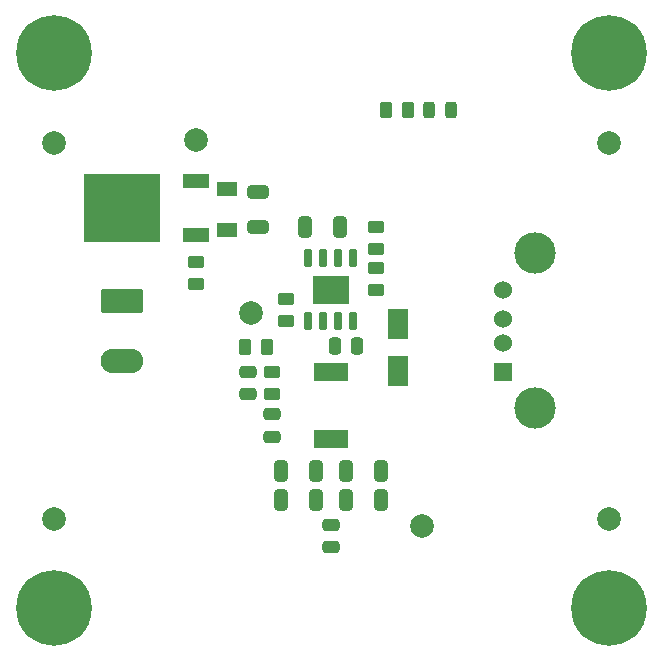
<source format=gts>
%TF.GenerationSoftware,KiCad,Pcbnew,(6.0.5)*%
%TF.CreationDate,2025-05-25T15:44:49+02:00*%
%TF.ProjectId,HT1015A_Dev,48543130-3135-4415-9f44-65762e6b6963,rev?*%
%TF.SameCoordinates,Original*%
%TF.FileFunction,Soldermask,Top*%
%TF.FilePolarity,Negative*%
%FSLAX46Y46*%
G04 Gerber Fmt 4.6, Leading zero omitted, Abs format (unit mm)*
G04 Created by KiCad (PCBNEW (6.0.5)) date 2025-05-25 15:44:49*
%MOMM*%
%LPD*%
G01*
G04 APERTURE LIST*
G04 Aperture macros list*
%AMRoundRect*
0 Rectangle with rounded corners*
0 $1 Rounding radius*
0 $2 $3 $4 $5 $6 $7 $8 $9 X,Y pos of 4 corners*
0 Add a 4 corners polygon primitive as box body*
4,1,4,$2,$3,$4,$5,$6,$7,$8,$9,$2,$3,0*
0 Add four circle primitives for the rounded corners*
1,1,$1+$1,$2,$3*
1,1,$1+$1,$4,$5*
1,1,$1+$1,$6,$7*
1,1,$1+$1,$8,$9*
0 Add four rect primitives between the rounded corners*
20,1,$1+$1,$2,$3,$4,$5,0*
20,1,$1+$1,$4,$5,$6,$7,0*
20,1,$1+$1,$6,$7,$8,$9,0*
20,1,$1+$1,$8,$9,$2,$3,0*%
G04 Aperture macros list end*
%ADD10C,2.000000*%
%ADD11RoundRect,0.243750X-0.243750X-0.456250X0.243750X-0.456250X0.243750X0.456250X-0.243750X0.456250X0*%
%ADD12RoundRect,0.250000X0.325000X0.650000X-0.325000X0.650000X-0.325000X-0.650000X0.325000X-0.650000X0*%
%ADD13RoundRect,0.250000X-0.450000X0.262500X-0.450000X-0.262500X0.450000X-0.262500X0.450000X0.262500X0*%
%ADD14RoundRect,0.250000X-0.250000X-0.475000X0.250000X-0.475000X0.250000X0.475000X-0.250000X0.475000X0*%
%ADD15RoundRect,0.250000X-0.475000X0.250000X-0.475000X-0.250000X0.475000X-0.250000X0.475000X0.250000X0*%
%ADD16RoundRect,0.250000X-0.325000X-0.650000X0.325000X-0.650000X0.325000X0.650000X-0.325000X0.650000X0*%
%ADD17C,6.400000*%
%ADD18R,1.800000X2.500000*%
%ADD19R,1.524000X1.524000*%
%ADD20C,1.524000*%
%ADD21C,3.500000*%
%ADD22RoundRect,0.250000X0.262500X0.450000X-0.262500X0.450000X-0.262500X-0.450000X0.262500X-0.450000X0*%
%ADD23RoundRect,0.250000X-0.262500X-0.450000X0.262500X-0.450000X0.262500X0.450000X-0.262500X0.450000X0*%
%ADD24R,3.000000X1.500000*%
%ADD25RoundRect,0.250000X0.650000X-0.325000X0.650000X0.325000X-0.650000X0.325000X-0.650000X-0.325000X0*%
%ADD26RoundRect,0.150000X-0.150000X0.650000X-0.150000X-0.650000X0.150000X-0.650000X0.150000X0.650000X0*%
%ADD27R,3.100000X2.410000*%
%ADD28RoundRect,0.249999X-1.550001X0.790001X-1.550001X-0.790001X1.550001X-0.790001X1.550001X0.790001X0*%
%ADD29O,3.600000X2.080000*%
%ADD30R,2.200000X1.200000*%
%ADD31R,6.400000X5.800000*%
%ADD32R,1.700000X1.300000*%
G04 APERTURE END LIST*
D10*
%TO.C,TP2*%
X125000000Y-74600000D03*
%TD*%
D11*
%TO.C,D3*%
X156812500Y-71800000D03*
X158687500Y-71800000D03*
%TD*%
D12*
%TO.C,C9*%
X152725000Y-104850000D03*
X149775000Y-104850000D03*
%TD*%
D10*
%TO.C,TP1*%
X137100000Y-74300000D03*
%TD*%
D13*
%TO.C,R6*%
X144650000Y-87837500D03*
X144650000Y-89662500D03*
%TD*%
D14*
%TO.C,C3*%
X148800000Y-91800000D03*
X150700000Y-91800000D03*
%TD*%
D15*
%TO.C,C5*%
X143500000Y-97550000D03*
X143500000Y-99450000D03*
%TD*%
D13*
%TO.C,R4*%
X143500000Y-93987500D03*
X143500000Y-95812500D03*
%TD*%
D16*
%TO.C,C8*%
X144275000Y-104850000D03*
X147225000Y-104850000D03*
%TD*%
D10*
%TO.C,TP5*%
X125000000Y-106400000D03*
%TD*%
D15*
%TO.C,C10*%
X148500000Y-106900000D03*
X148500000Y-108800000D03*
%TD*%
D17*
%TO.C,H1*%
X125000000Y-67000000D03*
%TD*%
%TO.C,H3*%
X125000000Y-114000000D03*
%TD*%
D10*
%TO.C,TP4*%
X141750000Y-88950000D03*
%TD*%
D13*
%TO.C,R1*%
X137050000Y-84687500D03*
X137050000Y-86512500D03*
%TD*%
D10*
%TO.C,TP3*%
X172000000Y-74600000D03*
%TD*%
D18*
%TO.C,D2*%
X154200000Y-93900000D03*
X154200000Y-89900000D03*
%TD*%
D19*
%TO.C,J2*%
X163030000Y-94000000D03*
D20*
X163030000Y-91500000D03*
X163030000Y-89500000D03*
X163030000Y-87000000D03*
D21*
X165740000Y-97070000D03*
X165740000Y-83930000D03*
%TD*%
D13*
%TO.C,R2*%
X152300000Y-81737500D03*
X152300000Y-83562500D03*
%TD*%
%TO.C,R3*%
X152300000Y-85187500D03*
X152300000Y-87012500D03*
%TD*%
D10*
%TO.C,TP7*%
X156200000Y-107000000D03*
%TD*%
D16*
%TO.C,C1*%
X146325000Y-81700000D03*
X149275000Y-81700000D03*
%TD*%
%TO.C,C6*%
X144275000Y-102350000D03*
X147225000Y-102350000D03*
%TD*%
D22*
%TO.C,R5*%
X143062500Y-91850000D03*
X141237500Y-91850000D03*
%TD*%
D15*
%TO.C,C4*%
X141450000Y-93950000D03*
X141450000Y-95850000D03*
%TD*%
D23*
%TO.C,R7*%
X153150000Y-71800000D03*
X154975000Y-71800000D03*
%TD*%
D17*
%TO.C,H4*%
X172000000Y-114000000D03*
%TD*%
%TO.C,H2*%
X172000000Y-67000000D03*
%TD*%
D24*
%TO.C,L1*%
X148500000Y-93950000D03*
X148500000Y-99650000D03*
%TD*%
D25*
%TO.C,C2*%
X142300000Y-81675000D03*
X142300000Y-78725000D03*
%TD*%
D26*
%TO.C,U1*%
X150380000Y-84350000D03*
X149110000Y-84350000D03*
X147840000Y-84350000D03*
X146570000Y-84350000D03*
X146570000Y-89650000D03*
X147840000Y-89650000D03*
X149110000Y-89650000D03*
X150380000Y-89650000D03*
D27*
X148475000Y-87000000D03*
%TD*%
D28*
%TO.C,J1*%
X130780000Y-87960000D03*
D29*
X130780000Y-93040000D03*
%TD*%
D30*
%TO.C,Q1*%
X137075000Y-82355000D03*
D31*
X130775000Y-80075000D03*
D30*
X137075000Y-77795000D03*
%TD*%
D10*
%TO.C,TP6*%
X172000000Y-106400000D03*
%TD*%
D12*
%TO.C,C7*%
X152725000Y-102350000D03*
X149775000Y-102350000D03*
%TD*%
D32*
%TO.C,D1*%
X139650000Y-78450000D03*
X139650000Y-81950000D03*
%TD*%
M02*

</source>
